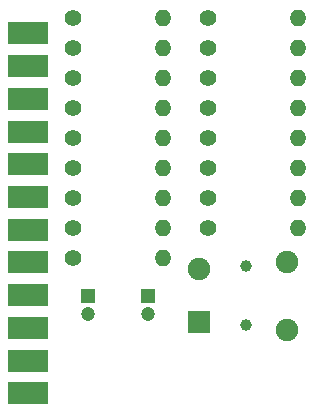
<source format=gbr>
%TF.GenerationSoftware,KiCad,Pcbnew,5.1.7*%
%TF.CreationDate,2020-10-30T13:38:14+01:00*%
%TF.ProjectId,silly-sound-bastard,73696c6c-792d-4736-9f75-6e642d626173,rev?*%
%TF.SameCoordinates,Original*%
%TF.FileFunction,Soldermask,Bot*%
%TF.FilePolarity,Negative*%
%FSLAX46Y46*%
G04 Gerber Fmt 4.6, Leading zero omitted, Abs format (unit mm)*
G04 Created by KiCad (PCBNEW 5.1.7) date 2020-10-30 13:38:14*
%MOMM*%
%LPD*%
G01*
G04 APERTURE LIST*
%ADD10C,1.000000*%
%ADD11C,1.900000*%
%ADD12R,1.900000X1.900000*%
%ADD13O,1.400000X1.400000*%
%ADD14C,1.400000*%
%ADD15C,1.200000*%
%ADD16R,1.200000X1.200000*%
%ADD17R,3.480000X1.846667*%
G04 APERTURE END LIST*
D10*
%TO.C,J2*%
X76875000Y-83145000D03*
X76875000Y-78145000D03*
D11*
X72875000Y-78395000D03*
D12*
X72875000Y-82895000D03*
D11*
X80375000Y-77745000D03*
X80375000Y-83545000D03*
%TD*%
D13*
%TO.C,R17*%
X81280000Y-74930000D03*
D14*
X73660000Y-74930000D03*
%TD*%
D13*
%TO.C,R16*%
X81280000Y-72390000D03*
D14*
X73660000Y-72390000D03*
%TD*%
D13*
%TO.C,R15*%
X81280000Y-69850000D03*
D14*
X73660000Y-69850000D03*
%TD*%
D13*
%TO.C,R14*%
X81280000Y-67310000D03*
D14*
X73660000Y-67310000D03*
%TD*%
D13*
%TO.C,R13*%
X81280000Y-64770000D03*
D14*
X73660000Y-64770000D03*
%TD*%
D13*
%TO.C,R12*%
X81280000Y-62230000D03*
D14*
X73660000Y-62230000D03*
%TD*%
D13*
%TO.C,R11*%
X81280000Y-59690000D03*
D14*
X73660000Y-59690000D03*
%TD*%
D13*
%TO.C,R10*%
X81280000Y-57150000D03*
D14*
X73660000Y-57150000D03*
%TD*%
D13*
%TO.C,R9*%
X69850000Y-77470000D03*
D14*
X62230000Y-77470000D03*
%TD*%
D13*
%TO.C,R8*%
X69850000Y-74930000D03*
D14*
X62230000Y-74930000D03*
%TD*%
D13*
%TO.C,R7*%
X69850000Y-72390000D03*
D14*
X62230000Y-72390000D03*
%TD*%
D13*
%TO.C,R6*%
X69850000Y-69850000D03*
D14*
X62230000Y-69850000D03*
%TD*%
D13*
%TO.C,R5*%
X69850000Y-67310000D03*
D14*
X62230000Y-67310000D03*
%TD*%
D13*
%TO.C,R4*%
X69850000Y-64770000D03*
D14*
X62230000Y-64770000D03*
%TD*%
D13*
%TO.C,R3*%
X69850000Y-62230000D03*
D14*
X62230000Y-62230000D03*
%TD*%
D13*
%TO.C,R2*%
X69850000Y-59690000D03*
D14*
X62230000Y-59690000D03*
%TD*%
D13*
%TO.C,R1*%
X69850000Y-57150000D03*
D14*
X62230000Y-57150000D03*
%TD*%
D15*
%TO.C,C2*%
X68580000Y-82145000D03*
D16*
X68580000Y-80645000D03*
%TD*%
D15*
%TO.C,C1*%
X63500000Y-82145000D03*
D16*
X63500000Y-80645000D03*
%TD*%
D17*
%TO.C,J1*%
X58420000Y-88895000D03*
X58420000Y-86125000D03*
X58420000Y-83355000D03*
X58420000Y-80585000D03*
X58420000Y-77815000D03*
X58420000Y-75045000D03*
X58420000Y-72275000D03*
X58420000Y-69505000D03*
X58420000Y-66735000D03*
X58420000Y-63965000D03*
X58420000Y-61195000D03*
X58420000Y-58425000D03*
%TD*%
M02*

</source>
